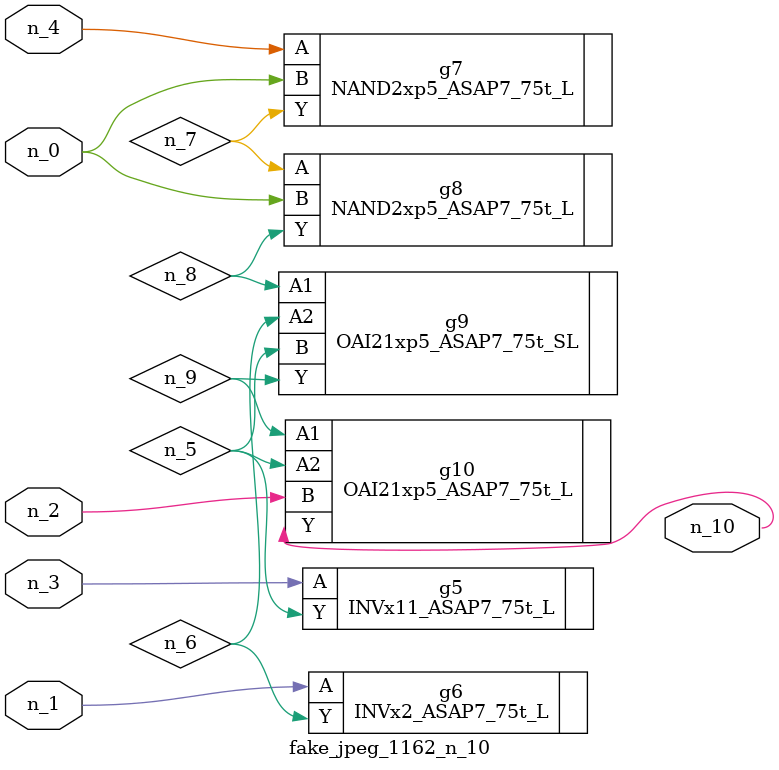
<source format=v>
module fake_jpeg_1162_n_10 (n_3, n_2, n_1, n_0, n_4, n_10);

input n_3;
input n_2;
input n_1;
input n_0;
input n_4;

output n_10;

wire n_8;
wire n_9;
wire n_6;
wire n_5;
wire n_7;

INVx11_ASAP7_75t_L g5 ( 
.A(n_3),
.Y(n_5)
);

INVx2_ASAP7_75t_L g6 ( 
.A(n_1),
.Y(n_6)
);

NAND2xp5_ASAP7_75t_L g7 ( 
.A(n_4),
.B(n_0),
.Y(n_7)
);

NAND2xp5_ASAP7_75t_L g8 ( 
.A(n_7),
.B(n_0),
.Y(n_8)
);

OAI21xp5_ASAP7_75t_SL g9 ( 
.A1(n_8),
.A2(n_6),
.B(n_5),
.Y(n_9)
);

OAI21xp5_ASAP7_75t_L g10 ( 
.A1(n_9),
.A2(n_5),
.B(n_2),
.Y(n_10)
);


endmodule
</source>
